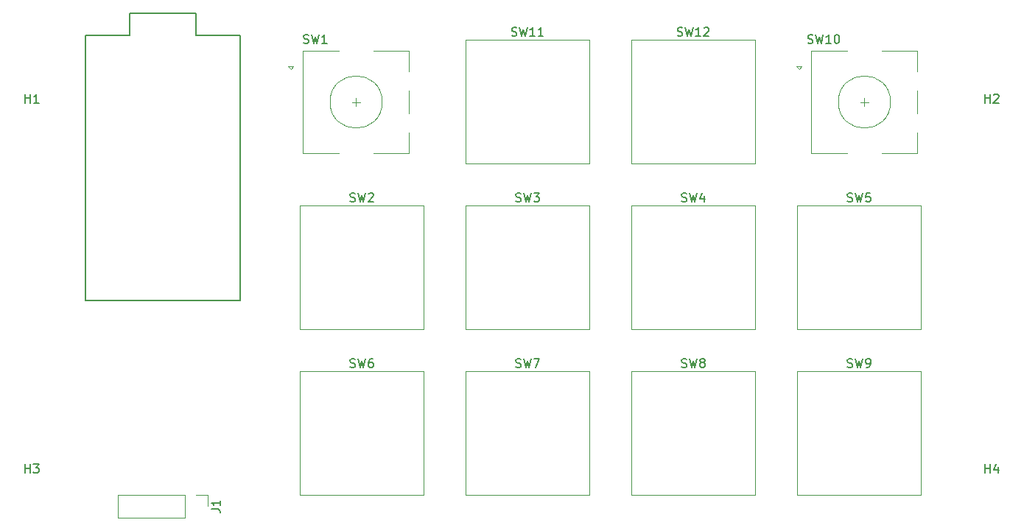
<source format=gto>
G04 #@! TF.GenerationSoftware,KiCad,Pcbnew,7.0.9*
G04 #@! TF.CreationDate,2024-01-16T00:29:48+00:00*
G04 #@! TF.ProjectId,AryA-Macropad,41727941-2d4d-4616-9372-6f7061642e6b,1.0*
G04 #@! TF.SameCoordinates,Original*
G04 #@! TF.FileFunction,Legend,Top*
G04 #@! TF.FilePolarity,Positive*
%FSLAX46Y46*%
G04 Gerber Fmt 4.6, Leading zero omitted, Abs format (unit mm)*
G04 Created by KiCad (PCBNEW 7.0.9) date 2024-01-16 00:29:48*
%MOMM*%
%LPD*%
G01*
G04 APERTURE LIST*
%ADD10C,0.150000*%
%ADD11C,0.120000*%
%ADD12R,1.600000X1.600000*%
%ADD13C,1.600000*%
%ADD14R,1.700000X1.700000*%
%ADD15O,1.700000X1.700000*%
%ADD16C,1.750000*%
%ADD17C,4.000000*%
%ADD18C,2.500000*%
%ADD19R,2.000000X2.000000*%
%ADD20C,2.000000*%
%ADD21C,3.200000*%
G04 APERTURE END LIST*
D10*
X100834819Y-115427083D02*
X101549104Y-115427083D01*
X101549104Y-115427083D02*
X101691961Y-115474702D01*
X101691961Y-115474702D02*
X101787200Y-115569940D01*
X101787200Y-115569940D02*
X101834819Y-115712797D01*
X101834819Y-115712797D02*
X101834819Y-115808035D01*
X101834819Y-114427083D02*
X101834819Y-114998511D01*
X101834819Y-114712797D02*
X100834819Y-114712797D01*
X100834819Y-114712797D02*
X100977676Y-114808035D01*
X100977676Y-114808035D02*
X101072914Y-114903273D01*
X101072914Y-114903273D02*
X101120533Y-114998511D01*
X135350476Y-60987200D02*
X135493333Y-61034819D01*
X135493333Y-61034819D02*
X135731428Y-61034819D01*
X135731428Y-61034819D02*
X135826666Y-60987200D01*
X135826666Y-60987200D02*
X135874285Y-60939580D01*
X135874285Y-60939580D02*
X135921904Y-60844342D01*
X135921904Y-60844342D02*
X135921904Y-60749104D01*
X135921904Y-60749104D02*
X135874285Y-60653866D01*
X135874285Y-60653866D02*
X135826666Y-60606247D01*
X135826666Y-60606247D02*
X135731428Y-60558628D01*
X135731428Y-60558628D02*
X135540952Y-60511009D01*
X135540952Y-60511009D02*
X135445714Y-60463390D01*
X135445714Y-60463390D02*
X135398095Y-60415771D01*
X135398095Y-60415771D02*
X135350476Y-60320533D01*
X135350476Y-60320533D02*
X135350476Y-60225295D01*
X135350476Y-60225295D02*
X135398095Y-60130057D01*
X135398095Y-60130057D02*
X135445714Y-60082438D01*
X135445714Y-60082438D02*
X135540952Y-60034819D01*
X135540952Y-60034819D02*
X135779047Y-60034819D01*
X135779047Y-60034819D02*
X135921904Y-60082438D01*
X136255238Y-60034819D02*
X136493333Y-61034819D01*
X136493333Y-61034819D02*
X136683809Y-60320533D01*
X136683809Y-60320533D02*
X136874285Y-61034819D01*
X136874285Y-61034819D02*
X137112381Y-60034819D01*
X138017142Y-61034819D02*
X137445714Y-61034819D01*
X137731428Y-61034819D02*
X137731428Y-60034819D01*
X137731428Y-60034819D02*
X137636190Y-60177676D01*
X137636190Y-60177676D02*
X137540952Y-60272914D01*
X137540952Y-60272914D02*
X137445714Y-60320533D01*
X138969523Y-61034819D02*
X138398095Y-61034819D01*
X138683809Y-61034819D02*
X138683809Y-60034819D01*
X138683809Y-60034819D02*
X138588571Y-60177676D01*
X138588571Y-60177676D02*
X138493333Y-60272914D01*
X138493333Y-60272914D02*
X138398095Y-60320533D01*
X154876667Y-99087200D02*
X155019524Y-99134819D01*
X155019524Y-99134819D02*
X155257619Y-99134819D01*
X155257619Y-99134819D02*
X155352857Y-99087200D01*
X155352857Y-99087200D02*
X155400476Y-99039580D01*
X155400476Y-99039580D02*
X155448095Y-98944342D01*
X155448095Y-98944342D02*
X155448095Y-98849104D01*
X155448095Y-98849104D02*
X155400476Y-98753866D01*
X155400476Y-98753866D02*
X155352857Y-98706247D01*
X155352857Y-98706247D02*
X155257619Y-98658628D01*
X155257619Y-98658628D02*
X155067143Y-98611009D01*
X155067143Y-98611009D02*
X154971905Y-98563390D01*
X154971905Y-98563390D02*
X154924286Y-98515771D01*
X154924286Y-98515771D02*
X154876667Y-98420533D01*
X154876667Y-98420533D02*
X154876667Y-98325295D01*
X154876667Y-98325295D02*
X154924286Y-98230057D01*
X154924286Y-98230057D02*
X154971905Y-98182438D01*
X154971905Y-98182438D02*
X155067143Y-98134819D01*
X155067143Y-98134819D02*
X155305238Y-98134819D01*
X155305238Y-98134819D02*
X155448095Y-98182438D01*
X155781429Y-98134819D02*
X156019524Y-99134819D01*
X156019524Y-99134819D02*
X156210000Y-98420533D01*
X156210000Y-98420533D02*
X156400476Y-99134819D01*
X156400476Y-99134819D02*
X156638572Y-98134819D01*
X157162381Y-98563390D02*
X157067143Y-98515771D01*
X157067143Y-98515771D02*
X157019524Y-98468152D01*
X157019524Y-98468152D02*
X156971905Y-98372914D01*
X156971905Y-98372914D02*
X156971905Y-98325295D01*
X156971905Y-98325295D02*
X157019524Y-98230057D01*
X157019524Y-98230057D02*
X157067143Y-98182438D01*
X157067143Y-98182438D02*
X157162381Y-98134819D01*
X157162381Y-98134819D02*
X157352857Y-98134819D01*
X157352857Y-98134819D02*
X157448095Y-98182438D01*
X157448095Y-98182438D02*
X157495714Y-98230057D01*
X157495714Y-98230057D02*
X157543333Y-98325295D01*
X157543333Y-98325295D02*
X157543333Y-98372914D01*
X157543333Y-98372914D02*
X157495714Y-98468152D01*
X157495714Y-98468152D02*
X157448095Y-98515771D01*
X157448095Y-98515771D02*
X157352857Y-98563390D01*
X157352857Y-98563390D02*
X157162381Y-98563390D01*
X157162381Y-98563390D02*
X157067143Y-98611009D01*
X157067143Y-98611009D02*
X157019524Y-98658628D01*
X157019524Y-98658628D02*
X156971905Y-98753866D01*
X156971905Y-98753866D02*
X156971905Y-98944342D01*
X156971905Y-98944342D02*
X157019524Y-99039580D01*
X157019524Y-99039580D02*
X157067143Y-99087200D01*
X157067143Y-99087200D02*
X157162381Y-99134819D01*
X157162381Y-99134819D02*
X157352857Y-99134819D01*
X157352857Y-99134819D02*
X157448095Y-99087200D01*
X157448095Y-99087200D02*
X157495714Y-99039580D01*
X157495714Y-99039580D02*
X157543333Y-98944342D01*
X157543333Y-98944342D02*
X157543333Y-98753866D01*
X157543333Y-98753866D02*
X157495714Y-98658628D01*
X157495714Y-98658628D02*
X157448095Y-98611009D01*
X157448095Y-98611009D02*
X157352857Y-98563390D01*
X154876667Y-80037200D02*
X155019524Y-80084819D01*
X155019524Y-80084819D02*
X155257619Y-80084819D01*
X155257619Y-80084819D02*
X155352857Y-80037200D01*
X155352857Y-80037200D02*
X155400476Y-79989580D01*
X155400476Y-79989580D02*
X155448095Y-79894342D01*
X155448095Y-79894342D02*
X155448095Y-79799104D01*
X155448095Y-79799104D02*
X155400476Y-79703866D01*
X155400476Y-79703866D02*
X155352857Y-79656247D01*
X155352857Y-79656247D02*
X155257619Y-79608628D01*
X155257619Y-79608628D02*
X155067143Y-79561009D01*
X155067143Y-79561009D02*
X154971905Y-79513390D01*
X154971905Y-79513390D02*
X154924286Y-79465771D01*
X154924286Y-79465771D02*
X154876667Y-79370533D01*
X154876667Y-79370533D02*
X154876667Y-79275295D01*
X154876667Y-79275295D02*
X154924286Y-79180057D01*
X154924286Y-79180057D02*
X154971905Y-79132438D01*
X154971905Y-79132438D02*
X155067143Y-79084819D01*
X155067143Y-79084819D02*
X155305238Y-79084819D01*
X155305238Y-79084819D02*
X155448095Y-79132438D01*
X155781429Y-79084819D02*
X156019524Y-80084819D01*
X156019524Y-80084819D02*
X156210000Y-79370533D01*
X156210000Y-79370533D02*
X156400476Y-80084819D01*
X156400476Y-80084819D02*
X156638572Y-79084819D01*
X157448095Y-79418152D02*
X157448095Y-80084819D01*
X157210000Y-79037200D02*
X156971905Y-79751485D01*
X156971905Y-79751485D02*
X157590952Y-79751485D01*
X116776667Y-80037200D02*
X116919524Y-80084819D01*
X116919524Y-80084819D02*
X117157619Y-80084819D01*
X117157619Y-80084819D02*
X117252857Y-80037200D01*
X117252857Y-80037200D02*
X117300476Y-79989580D01*
X117300476Y-79989580D02*
X117348095Y-79894342D01*
X117348095Y-79894342D02*
X117348095Y-79799104D01*
X117348095Y-79799104D02*
X117300476Y-79703866D01*
X117300476Y-79703866D02*
X117252857Y-79656247D01*
X117252857Y-79656247D02*
X117157619Y-79608628D01*
X117157619Y-79608628D02*
X116967143Y-79561009D01*
X116967143Y-79561009D02*
X116871905Y-79513390D01*
X116871905Y-79513390D02*
X116824286Y-79465771D01*
X116824286Y-79465771D02*
X116776667Y-79370533D01*
X116776667Y-79370533D02*
X116776667Y-79275295D01*
X116776667Y-79275295D02*
X116824286Y-79180057D01*
X116824286Y-79180057D02*
X116871905Y-79132438D01*
X116871905Y-79132438D02*
X116967143Y-79084819D01*
X116967143Y-79084819D02*
X117205238Y-79084819D01*
X117205238Y-79084819D02*
X117348095Y-79132438D01*
X117681429Y-79084819D02*
X117919524Y-80084819D01*
X117919524Y-80084819D02*
X118110000Y-79370533D01*
X118110000Y-79370533D02*
X118300476Y-80084819D01*
X118300476Y-80084819D02*
X118538572Y-79084819D01*
X118871905Y-79180057D02*
X118919524Y-79132438D01*
X118919524Y-79132438D02*
X119014762Y-79084819D01*
X119014762Y-79084819D02*
X119252857Y-79084819D01*
X119252857Y-79084819D02*
X119348095Y-79132438D01*
X119348095Y-79132438D02*
X119395714Y-79180057D01*
X119395714Y-79180057D02*
X119443333Y-79275295D01*
X119443333Y-79275295D02*
X119443333Y-79370533D01*
X119443333Y-79370533D02*
X119395714Y-79513390D01*
X119395714Y-79513390D02*
X118824286Y-80084819D01*
X118824286Y-80084819D02*
X119443333Y-80084819D01*
X173926667Y-80037200D02*
X174069524Y-80084819D01*
X174069524Y-80084819D02*
X174307619Y-80084819D01*
X174307619Y-80084819D02*
X174402857Y-80037200D01*
X174402857Y-80037200D02*
X174450476Y-79989580D01*
X174450476Y-79989580D02*
X174498095Y-79894342D01*
X174498095Y-79894342D02*
X174498095Y-79799104D01*
X174498095Y-79799104D02*
X174450476Y-79703866D01*
X174450476Y-79703866D02*
X174402857Y-79656247D01*
X174402857Y-79656247D02*
X174307619Y-79608628D01*
X174307619Y-79608628D02*
X174117143Y-79561009D01*
X174117143Y-79561009D02*
X174021905Y-79513390D01*
X174021905Y-79513390D02*
X173974286Y-79465771D01*
X173974286Y-79465771D02*
X173926667Y-79370533D01*
X173926667Y-79370533D02*
X173926667Y-79275295D01*
X173926667Y-79275295D02*
X173974286Y-79180057D01*
X173974286Y-79180057D02*
X174021905Y-79132438D01*
X174021905Y-79132438D02*
X174117143Y-79084819D01*
X174117143Y-79084819D02*
X174355238Y-79084819D01*
X174355238Y-79084819D02*
X174498095Y-79132438D01*
X174831429Y-79084819D02*
X175069524Y-80084819D01*
X175069524Y-80084819D02*
X175260000Y-79370533D01*
X175260000Y-79370533D02*
X175450476Y-80084819D01*
X175450476Y-80084819D02*
X175688572Y-79084819D01*
X176545714Y-79084819D02*
X176069524Y-79084819D01*
X176069524Y-79084819D02*
X176021905Y-79561009D01*
X176021905Y-79561009D02*
X176069524Y-79513390D01*
X176069524Y-79513390D02*
X176164762Y-79465771D01*
X176164762Y-79465771D02*
X176402857Y-79465771D01*
X176402857Y-79465771D02*
X176498095Y-79513390D01*
X176498095Y-79513390D02*
X176545714Y-79561009D01*
X176545714Y-79561009D02*
X176593333Y-79656247D01*
X176593333Y-79656247D02*
X176593333Y-79894342D01*
X176593333Y-79894342D02*
X176545714Y-79989580D01*
X176545714Y-79989580D02*
X176498095Y-80037200D01*
X176498095Y-80037200D02*
X176402857Y-80084819D01*
X176402857Y-80084819D02*
X176164762Y-80084819D01*
X176164762Y-80084819D02*
X176069524Y-80037200D01*
X176069524Y-80037200D02*
X176021905Y-79989580D01*
X79406845Y-68717319D02*
X79406845Y-67717319D01*
X79406845Y-68193509D02*
X79978273Y-68193509D01*
X79978273Y-68717319D02*
X79978273Y-67717319D01*
X80978273Y-68717319D02*
X80406845Y-68717319D01*
X80692559Y-68717319D02*
X80692559Y-67717319D01*
X80692559Y-67717319D02*
X80597321Y-67860176D01*
X80597321Y-67860176D02*
X80502083Y-67955414D01*
X80502083Y-67955414D02*
X80406845Y-68003033D01*
X189738095Y-68717319D02*
X189738095Y-67717319D01*
X189738095Y-68193509D02*
X190309523Y-68193509D01*
X190309523Y-68717319D02*
X190309523Y-67717319D01*
X190738095Y-67812557D02*
X190785714Y-67764938D01*
X190785714Y-67764938D02*
X190880952Y-67717319D01*
X190880952Y-67717319D02*
X191119047Y-67717319D01*
X191119047Y-67717319D02*
X191214285Y-67764938D01*
X191214285Y-67764938D02*
X191261904Y-67812557D01*
X191261904Y-67812557D02*
X191309523Y-67907795D01*
X191309523Y-67907795D02*
X191309523Y-68003033D01*
X191309523Y-68003033D02*
X191261904Y-68145890D01*
X191261904Y-68145890D02*
X190690476Y-68717319D01*
X190690476Y-68717319D02*
X191309523Y-68717319D01*
X173926667Y-99087200D02*
X174069524Y-99134819D01*
X174069524Y-99134819D02*
X174307619Y-99134819D01*
X174307619Y-99134819D02*
X174402857Y-99087200D01*
X174402857Y-99087200D02*
X174450476Y-99039580D01*
X174450476Y-99039580D02*
X174498095Y-98944342D01*
X174498095Y-98944342D02*
X174498095Y-98849104D01*
X174498095Y-98849104D02*
X174450476Y-98753866D01*
X174450476Y-98753866D02*
X174402857Y-98706247D01*
X174402857Y-98706247D02*
X174307619Y-98658628D01*
X174307619Y-98658628D02*
X174117143Y-98611009D01*
X174117143Y-98611009D02*
X174021905Y-98563390D01*
X174021905Y-98563390D02*
X173974286Y-98515771D01*
X173974286Y-98515771D02*
X173926667Y-98420533D01*
X173926667Y-98420533D02*
X173926667Y-98325295D01*
X173926667Y-98325295D02*
X173974286Y-98230057D01*
X173974286Y-98230057D02*
X174021905Y-98182438D01*
X174021905Y-98182438D02*
X174117143Y-98134819D01*
X174117143Y-98134819D02*
X174355238Y-98134819D01*
X174355238Y-98134819D02*
X174498095Y-98182438D01*
X174831429Y-98134819D02*
X175069524Y-99134819D01*
X175069524Y-99134819D02*
X175260000Y-98420533D01*
X175260000Y-98420533D02*
X175450476Y-99134819D01*
X175450476Y-99134819D02*
X175688572Y-98134819D01*
X176117143Y-99134819D02*
X176307619Y-99134819D01*
X176307619Y-99134819D02*
X176402857Y-99087200D01*
X176402857Y-99087200D02*
X176450476Y-99039580D01*
X176450476Y-99039580D02*
X176545714Y-98896723D01*
X176545714Y-98896723D02*
X176593333Y-98706247D01*
X176593333Y-98706247D02*
X176593333Y-98325295D01*
X176593333Y-98325295D02*
X176545714Y-98230057D01*
X176545714Y-98230057D02*
X176498095Y-98182438D01*
X176498095Y-98182438D02*
X176402857Y-98134819D01*
X176402857Y-98134819D02*
X176212381Y-98134819D01*
X176212381Y-98134819D02*
X176117143Y-98182438D01*
X176117143Y-98182438D02*
X176069524Y-98230057D01*
X176069524Y-98230057D02*
X176021905Y-98325295D01*
X176021905Y-98325295D02*
X176021905Y-98563390D01*
X176021905Y-98563390D02*
X176069524Y-98658628D01*
X176069524Y-98658628D02*
X176117143Y-98706247D01*
X176117143Y-98706247D02*
X176212381Y-98753866D01*
X176212381Y-98753866D02*
X176402857Y-98753866D01*
X176402857Y-98753866D02*
X176498095Y-98706247D01*
X176498095Y-98706247D02*
X176545714Y-98658628D01*
X176545714Y-98658628D02*
X176593333Y-98563390D01*
X111426667Y-61827200D02*
X111569524Y-61874819D01*
X111569524Y-61874819D02*
X111807619Y-61874819D01*
X111807619Y-61874819D02*
X111902857Y-61827200D01*
X111902857Y-61827200D02*
X111950476Y-61779580D01*
X111950476Y-61779580D02*
X111998095Y-61684342D01*
X111998095Y-61684342D02*
X111998095Y-61589104D01*
X111998095Y-61589104D02*
X111950476Y-61493866D01*
X111950476Y-61493866D02*
X111902857Y-61446247D01*
X111902857Y-61446247D02*
X111807619Y-61398628D01*
X111807619Y-61398628D02*
X111617143Y-61351009D01*
X111617143Y-61351009D02*
X111521905Y-61303390D01*
X111521905Y-61303390D02*
X111474286Y-61255771D01*
X111474286Y-61255771D02*
X111426667Y-61160533D01*
X111426667Y-61160533D02*
X111426667Y-61065295D01*
X111426667Y-61065295D02*
X111474286Y-60970057D01*
X111474286Y-60970057D02*
X111521905Y-60922438D01*
X111521905Y-60922438D02*
X111617143Y-60874819D01*
X111617143Y-60874819D02*
X111855238Y-60874819D01*
X111855238Y-60874819D02*
X111998095Y-60922438D01*
X112331429Y-60874819D02*
X112569524Y-61874819D01*
X112569524Y-61874819D02*
X112760000Y-61160533D01*
X112760000Y-61160533D02*
X112950476Y-61874819D01*
X112950476Y-61874819D02*
X113188572Y-60874819D01*
X114093333Y-61874819D02*
X113521905Y-61874819D01*
X113807619Y-61874819D02*
X113807619Y-60874819D01*
X113807619Y-60874819D02*
X113712381Y-61017676D01*
X113712381Y-61017676D02*
X113617143Y-61112914D01*
X113617143Y-61112914D02*
X113521905Y-61160533D01*
X79406845Y-111254819D02*
X79406845Y-110254819D01*
X79406845Y-110731009D02*
X79978273Y-110731009D01*
X79978273Y-111254819D02*
X79978273Y-110254819D01*
X80359226Y-110254819D02*
X80978273Y-110254819D01*
X80978273Y-110254819D02*
X80644940Y-110635771D01*
X80644940Y-110635771D02*
X80787797Y-110635771D01*
X80787797Y-110635771D02*
X80883035Y-110683390D01*
X80883035Y-110683390D02*
X80930654Y-110731009D01*
X80930654Y-110731009D02*
X80978273Y-110826247D01*
X80978273Y-110826247D02*
X80978273Y-111064342D01*
X80978273Y-111064342D02*
X80930654Y-111159580D01*
X80930654Y-111159580D02*
X80883035Y-111207200D01*
X80883035Y-111207200D02*
X80787797Y-111254819D01*
X80787797Y-111254819D02*
X80502083Y-111254819D01*
X80502083Y-111254819D02*
X80406845Y-111207200D01*
X80406845Y-111207200D02*
X80359226Y-111159580D01*
X135826667Y-80037200D02*
X135969524Y-80084819D01*
X135969524Y-80084819D02*
X136207619Y-80084819D01*
X136207619Y-80084819D02*
X136302857Y-80037200D01*
X136302857Y-80037200D02*
X136350476Y-79989580D01*
X136350476Y-79989580D02*
X136398095Y-79894342D01*
X136398095Y-79894342D02*
X136398095Y-79799104D01*
X136398095Y-79799104D02*
X136350476Y-79703866D01*
X136350476Y-79703866D02*
X136302857Y-79656247D01*
X136302857Y-79656247D02*
X136207619Y-79608628D01*
X136207619Y-79608628D02*
X136017143Y-79561009D01*
X136017143Y-79561009D02*
X135921905Y-79513390D01*
X135921905Y-79513390D02*
X135874286Y-79465771D01*
X135874286Y-79465771D02*
X135826667Y-79370533D01*
X135826667Y-79370533D02*
X135826667Y-79275295D01*
X135826667Y-79275295D02*
X135874286Y-79180057D01*
X135874286Y-79180057D02*
X135921905Y-79132438D01*
X135921905Y-79132438D02*
X136017143Y-79084819D01*
X136017143Y-79084819D02*
X136255238Y-79084819D01*
X136255238Y-79084819D02*
X136398095Y-79132438D01*
X136731429Y-79084819D02*
X136969524Y-80084819D01*
X136969524Y-80084819D02*
X137160000Y-79370533D01*
X137160000Y-79370533D02*
X137350476Y-80084819D01*
X137350476Y-80084819D02*
X137588572Y-79084819D01*
X137874286Y-79084819D02*
X138493333Y-79084819D01*
X138493333Y-79084819D02*
X138160000Y-79465771D01*
X138160000Y-79465771D02*
X138302857Y-79465771D01*
X138302857Y-79465771D02*
X138398095Y-79513390D01*
X138398095Y-79513390D02*
X138445714Y-79561009D01*
X138445714Y-79561009D02*
X138493333Y-79656247D01*
X138493333Y-79656247D02*
X138493333Y-79894342D01*
X138493333Y-79894342D02*
X138445714Y-79989580D01*
X138445714Y-79989580D02*
X138398095Y-80037200D01*
X138398095Y-80037200D02*
X138302857Y-80084819D01*
X138302857Y-80084819D02*
X138017143Y-80084819D01*
X138017143Y-80084819D02*
X137921905Y-80037200D01*
X137921905Y-80037200D02*
X137874286Y-79989580D01*
X116776667Y-99087200D02*
X116919524Y-99134819D01*
X116919524Y-99134819D02*
X117157619Y-99134819D01*
X117157619Y-99134819D02*
X117252857Y-99087200D01*
X117252857Y-99087200D02*
X117300476Y-99039580D01*
X117300476Y-99039580D02*
X117348095Y-98944342D01*
X117348095Y-98944342D02*
X117348095Y-98849104D01*
X117348095Y-98849104D02*
X117300476Y-98753866D01*
X117300476Y-98753866D02*
X117252857Y-98706247D01*
X117252857Y-98706247D02*
X117157619Y-98658628D01*
X117157619Y-98658628D02*
X116967143Y-98611009D01*
X116967143Y-98611009D02*
X116871905Y-98563390D01*
X116871905Y-98563390D02*
X116824286Y-98515771D01*
X116824286Y-98515771D02*
X116776667Y-98420533D01*
X116776667Y-98420533D02*
X116776667Y-98325295D01*
X116776667Y-98325295D02*
X116824286Y-98230057D01*
X116824286Y-98230057D02*
X116871905Y-98182438D01*
X116871905Y-98182438D02*
X116967143Y-98134819D01*
X116967143Y-98134819D02*
X117205238Y-98134819D01*
X117205238Y-98134819D02*
X117348095Y-98182438D01*
X117681429Y-98134819D02*
X117919524Y-99134819D01*
X117919524Y-99134819D02*
X118110000Y-98420533D01*
X118110000Y-98420533D02*
X118300476Y-99134819D01*
X118300476Y-99134819D02*
X118538572Y-98134819D01*
X119348095Y-98134819D02*
X119157619Y-98134819D01*
X119157619Y-98134819D02*
X119062381Y-98182438D01*
X119062381Y-98182438D02*
X119014762Y-98230057D01*
X119014762Y-98230057D02*
X118919524Y-98372914D01*
X118919524Y-98372914D02*
X118871905Y-98563390D01*
X118871905Y-98563390D02*
X118871905Y-98944342D01*
X118871905Y-98944342D02*
X118919524Y-99039580D01*
X118919524Y-99039580D02*
X118967143Y-99087200D01*
X118967143Y-99087200D02*
X119062381Y-99134819D01*
X119062381Y-99134819D02*
X119252857Y-99134819D01*
X119252857Y-99134819D02*
X119348095Y-99087200D01*
X119348095Y-99087200D02*
X119395714Y-99039580D01*
X119395714Y-99039580D02*
X119443333Y-98944342D01*
X119443333Y-98944342D02*
X119443333Y-98706247D01*
X119443333Y-98706247D02*
X119395714Y-98611009D01*
X119395714Y-98611009D02*
X119348095Y-98563390D01*
X119348095Y-98563390D02*
X119252857Y-98515771D01*
X119252857Y-98515771D02*
X119062381Y-98515771D01*
X119062381Y-98515771D02*
X118967143Y-98563390D01*
X118967143Y-98563390D02*
X118919524Y-98611009D01*
X118919524Y-98611009D02*
X118871905Y-98706247D01*
X189738095Y-111254819D02*
X189738095Y-110254819D01*
X189738095Y-110731009D02*
X190309523Y-110731009D01*
X190309523Y-111254819D02*
X190309523Y-110254819D01*
X191214285Y-110588152D02*
X191214285Y-111254819D01*
X190976190Y-110207200D02*
X190738095Y-110921485D01*
X190738095Y-110921485D02*
X191357142Y-110921485D01*
X169370476Y-61827200D02*
X169513333Y-61874819D01*
X169513333Y-61874819D02*
X169751428Y-61874819D01*
X169751428Y-61874819D02*
X169846666Y-61827200D01*
X169846666Y-61827200D02*
X169894285Y-61779580D01*
X169894285Y-61779580D02*
X169941904Y-61684342D01*
X169941904Y-61684342D02*
X169941904Y-61589104D01*
X169941904Y-61589104D02*
X169894285Y-61493866D01*
X169894285Y-61493866D02*
X169846666Y-61446247D01*
X169846666Y-61446247D02*
X169751428Y-61398628D01*
X169751428Y-61398628D02*
X169560952Y-61351009D01*
X169560952Y-61351009D02*
X169465714Y-61303390D01*
X169465714Y-61303390D02*
X169418095Y-61255771D01*
X169418095Y-61255771D02*
X169370476Y-61160533D01*
X169370476Y-61160533D02*
X169370476Y-61065295D01*
X169370476Y-61065295D02*
X169418095Y-60970057D01*
X169418095Y-60970057D02*
X169465714Y-60922438D01*
X169465714Y-60922438D02*
X169560952Y-60874819D01*
X169560952Y-60874819D02*
X169799047Y-60874819D01*
X169799047Y-60874819D02*
X169941904Y-60922438D01*
X170275238Y-60874819D02*
X170513333Y-61874819D01*
X170513333Y-61874819D02*
X170703809Y-61160533D01*
X170703809Y-61160533D02*
X170894285Y-61874819D01*
X170894285Y-61874819D02*
X171132381Y-60874819D01*
X172037142Y-61874819D02*
X171465714Y-61874819D01*
X171751428Y-61874819D02*
X171751428Y-60874819D01*
X171751428Y-60874819D02*
X171656190Y-61017676D01*
X171656190Y-61017676D02*
X171560952Y-61112914D01*
X171560952Y-61112914D02*
X171465714Y-61160533D01*
X172656190Y-60874819D02*
X172751428Y-60874819D01*
X172751428Y-60874819D02*
X172846666Y-60922438D01*
X172846666Y-60922438D02*
X172894285Y-60970057D01*
X172894285Y-60970057D02*
X172941904Y-61065295D01*
X172941904Y-61065295D02*
X172989523Y-61255771D01*
X172989523Y-61255771D02*
X172989523Y-61493866D01*
X172989523Y-61493866D02*
X172941904Y-61684342D01*
X172941904Y-61684342D02*
X172894285Y-61779580D01*
X172894285Y-61779580D02*
X172846666Y-61827200D01*
X172846666Y-61827200D02*
X172751428Y-61874819D01*
X172751428Y-61874819D02*
X172656190Y-61874819D01*
X172656190Y-61874819D02*
X172560952Y-61827200D01*
X172560952Y-61827200D02*
X172513333Y-61779580D01*
X172513333Y-61779580D02*
X172465714Y-61684342D01*
X172465714Y-61684342D02*
X172418095Y-61493866D01*
X172418095Y-61493866D02*
X172418095Y-61255771D01*
X172418095Y-61255771D02*
X172465714Y-61065295D01*
X172465714Y-61065295D02*
X172513333Y-60970057D01*
X172513333Y-60970057D02*
X172560952Y-60922438D01*
X172560952Y-60922438D02*
X172656190Y-60874819D01*
X135826667Y-99087200D02*
X135969524Y-99134819D01*
X135969524Y-99134819D02*
X136207619Y-99134819D01*
X136207619Y-99134819D02*
X136302857Y-99087200D01*
X136302857Y-99087200D02*
X136350476Y-99039580D01*
X136350476Y-99039580D02*
X136398095Y-98944342D01*
X136398095Y-98944342D02*
X136398095Y-98849104D01*
X136398095Y-98849104D02*
X136350476Y-98753866D01*
X136350476Y-98753866D02*
X136302857Y-98706247D01*
X136302857Y-98706247D02*
X136207619Y-98658628D01*
X136207619Y-98658628D02*
X136017143Y-98611009D01*
X136017143Y-98611009D02*
X135921905Y-98563390D01*
X135921905Y-98563390D02*
X135874286Y-98515771D01*
X135874286Y-98515771D02*
X135826667Y-98420533D01*
X135826667Y-98420533D02*
X135826667Y-98325295D01*
X135826667Y-98325295D02*
X135874286Y-98230057D01*
X135874286Y-98230057D02*
X135921905Y-98182438D01*
X135921905Y-98182438D02*
X136017143Y-98134819D01*
X136017143Y-98134819D02*
X136255238Y-98134819D01*
X136255238Y-98134819D02*
X136398095Y-98182438D01*
X136731429Y-98134819D02*
X136969524Y-99134819D01*
X136969524Y-99134819D02*
X137160000Y-98420533D01*
X137160000Y-98420533D02*
X137350476Y-99134819D01*
X137350476Y-99134819D02*
X137588572Y-98134819D01*
X137874286Y-98134819D02*
X138540952Y-98134819D01*
X138540952Y-98134819D02*
X138112381Y-99134819D01*
X154400476Y-60987200D02*
X154543333Y-61034819D01*
X154543333Y-61034819D02*
X154781428Y-61034819D01*
X154781428Y-61034819D02*
X154876666Y-60987200D01*
X154876666Y-60987200D02*
X154924285Y-60939580D01*
X154924285Y-60939580D02*
X154971904Y-60844342D01*
X154971904Y-60844342D02*
X154971904Y-60749104D01*
X154971904Y-60749104D02*
X154924285Y-60653866D01*
X154924285Y-60653866D02*
X154876666Y-60606247D01*
X154876666Y-60606247D02*
X154781428Y-60558628D01*
X154781428Y-60558628D02*
X154590952Y-60511009D01*
X154590952Y-60511009D02*
X154495714Y-60463390D01*
X154495714Y-60463390D02*
X154448095Y-60415771D01*
X154448095Y-60415771D02*
X154400476Y-60320533D01*
X154400476Y-60320533D02*
X154400476Y-60225295D01*
X154400476Y-60225295D02*
X154448095Y-60130057D01*
X154448095Y-60130057D02*
X154495714Y-60082438D01*
X154495714Y-60082438D02*
X154590952Y-60034819D01*
X154590952Y-60034819D02*
X154829047Y-60034819D01*
X154829047Y-60034819D02*
X154971904Y-60082438D01*
X155305238Y-60034819D02*
X155543333Y-61034819D01*
X155543333Y-61034819D02*
X155733809Y-60320533D01*
X155733809Y-60320533D02*
X155924285Y-61034819D01*
X155924285Y-61034819D02*
X156162381Y-60034819D01*
X157067142Y-61034819D02*
X156495714Y-61034819D01*
X156781428Y-61034819D02*
X156781428Y-60034819D01*
X156781428Y-60034819D02*
X156686190Y-60177676D01*
X156686190Y-60177676D02*
X156590952Y-60272914D01*
X156590952Y-60272914D02*
X156495714Y-60320533D01*
X157448095Y-60130057D02*
X157495714Y-60082438D01*
X157495714Y-60082438D02*
X157590952Y-60034819D01*
X157590952Y-60034819D02*
X157829047Y-60034819D01*
X157829047Y-60034819D02*
X157924285Y-60082438D01*
X157924285Y-60082438D02*
X157971904Y-60130057D01*
X157971904Y-60130057D02*
X158019523Y-60225295D01*
X158019523Y-60225295D02*
X158019523Y-60320533D01*
X158019523Y-60320533D02*
X157971904Y-60463390D01*
X157971904Y-60463390D02*
X157400476Y-61034819D01*
X157400476Y-61034819D02*
X158019523Y-61034819D01*
D11*
X97780000Y-116423750D02*
X90100000Y-116423750D01*
X99050000Y-113763750D02*
X100380000Y-113763750D01*
X90100000Y-113763750D02*
X90100000Y-116423750D01*
X97780000Y-113763750D02*
X97780000Y-116423750D01*
X100380000Y-113763750D02*
X100380000Y-115093750D01*
X97780000Y-113763750D02*
X90100000Y-113763750D01*
X130060000Y-61480000D02*
X130060000Y-75680000D01*
X130060000Y-75680000D02*
X144260000Y-75680000D01*
X144260000Y-61480000D02*
X130060000Y-61480000D01*
X144260000Y-75680000D02*
X144260000Y-61480000D01*
X149110000Y-99580000D02*
X149110000Y-113780000D01*
X149110000Y-113780000D02*
X163310000Y-113780000D01*
X163310000Y-99580000D02*
X149110000Y-99580000D01*
X163310000Y-113780000D02*
X163310000Y-99580000D01*
X149110000Y-80530000D02*
X149110000Y-94730000D01*
X149110000Y-94730000D02*
X163310000Y-94730000D01*
X163310000Y-80530000D02*
X149110000Y-80530000D01*
X163310000Y-94730000D02*
X163310000Y-80530000D01*
X111010000Y-80530000D02*
X111010000Y-94730000D01*
X111010000Y-94730000D02*
X125210000Y-94730000D01*
X125210000Y-80530000D02*
X111010000Y-80530000D01*
X125210000Y-94730000D02*
X125210000Y-80530000D01*
X168160000Y-80530000D02*
X168160000Y-94730000D01*
X168160000Y-94730000D02*
X182360000Y-94730000D01*
X182360000Y-80530000D02*
X168160000Y-80530000D01*
X182360000Y-94730000D02*
X182360000Y-80530000D01*
X168160000Y-99580000D02*
X168160000Y-113780000D01*
X168160000Y-113780000D02*
X182360000Y-113780000D01*
X182360000Y-99580000D02*
X168160000Y-99580000D01*
X182360000Y-113780000D02*
X182360000Y-99580000D01*
D10*
X99060000Y-58420000D02*
X99060000Y-60960000D01*
X91440000Y-58420000D02*
X99060000Y-58420000D01*
X104140000Y-60960000D02*
X104140000Y-91440000D01*
X99060000Y-60960000D02*
X104140000Y-60960000D01*
X91440000Y-60960000D02*
X91440000Y-58420000D01*
X86360000Y-60960000D02*
X91440000Y-60960000D01*
X86360000Y-60960000D02*
X86360000Y-91440000D01*
X104140000Y-91440000D02*
X86360000Y-91440000D01*
D11*
X109660000Y-64520000D02*
X110260000Y-64520000D01*
X109960000Y-64820000D02*
X109660000Y-64520000D01*
X110260000Y-64520000D02*
X109960000Y-64820000D01*
X111360000Y-62720000D02*
X111360000Y-74520000D01*
X115460000Y-62720000D02*
X111360000Y-62720000D01*
X115460000Y-74520000D02*
X111360000Y-74520000D01*
X116960000Y-68620000D02*
X117960000Y-68620000D01*
X117460000Y-68120000D02*
X117460000Y-69120000D01*
X119460000Y-62720000D02*
X123560000Y-62720000D01*
X123560000Y-62720000D02*
X123560000Y-65120000D01*
X123560000Y-67320000D02*
X123560000Y-69920000D01*
X123560000Y-72120000D02*
X123560000Y-74520000D01*
X123560000Y-74520000D02*
X119460000Y-74520000D01*
X120460000Y-68620000D02*
G75*
G03*
X120460000Y-68620000I-3000000J0D01*
G01*
X130060000Y-80530000D02*
X130060000Y-94730000D01*
X130060000Y-94730000D02*
X144260000Y-94730000D01*
X144260000Y-80530000D02*
X130060000Y-80530000D01*
X144260000Y-94730000D02*
X144260000Y-80530000D01*
X111010000Y-99580000D02*
X111010000Y-113780000D01*
X111010000Y-113780000D02*
X125210000Y-113780000D01*
X125210000Y-99580000D02*
X111010000Y-99580000D01*
X125210000Y-113780000D02*
X125210000Y-99580000D01*
X168080000Y-64520000D02*
X168680000Y-64520000D01*
X168380000Y-64820000D02*
X168080000Y-64520000D01*
X168680000Y-64520000D02*
X168380000Y-64820000D01*
X169780000Y-62720000D02*
X169780000Y-74520000D01*
X173880000Y-62720000D02*
X169780000Y-62720000D01*
X173880000Y-74520000D02*
X169780000Y-74520000D01*
X175380000Y-68620000D02*
X176380000Y-68620000D01*
X175880000Y-68120000D02*
X175880000Y-69120000D01*
X177880000Y-62720000D02*
X181980000Y-62720000D01*
X181980000Y-62720000D02*
X181980000Y-65120000D01*
X181980000Y-67320000D02*
X181980000Y-69920000D01*
X181980000Y-72120000D02*
X181980000Y-74520000D01*
X181980000Y-74520000D02*
X177880000Y-74520000D01*
X178880000Y-68620000D02*
G75*
G03*
X178880000Y-68620000I-3000000J0D01*
G01*
X130060000Y-99580000D02*
X130060000Y-113780000D01*
X130060000Y-113780000D02*
X144260000Y-113780000D01*
X144260000Y-99580000D02*
X130060000Y-99580000D01*
X144260000Y-113780000D02*
X144260000Y-99580000D01*
X149110000Y-61480000D02*
X149110000Y-75680000D01*
X149110000Y-75680000D02*
X163310000Y-75680000D01*
X163310000Y-61480000D02*
X149110000Y-61480000D01*
X163310000Y-75680000D02*
X163310000Y-61480000D01*
D12*
X87630000Y-62230000D03*
D13*
X87630000Y-64770000D03*
X87630000Y-67310000D03*
X87630000Y-69850000D03*
X87630000Y-72390000D03*
X87630000Y-74930000D03*
X87630000Y-77470000D03*
X87630000Y-80010000D03*
X87630000Y-82550000D03*
X87630000Y-85090000D03*
X87630000Y-87630000D03*
X87630000Y-90170000D03*
X102870000Y-90170000D03*
X102870000Y-87630000D03*
X102870000Y-85090000D03*
X102870000Y-82550000D03*
X102870000Y-80010000D03*
X102870000Y-77470000D03*
X102870000Y-74930000D03*
X102870000Y-72390000D03*
X102870000Y-69850000D03*
X102870000Y-67310000D03*
X102870000Y-64770000D03*
X102870000Y-62230000D03*
%LPC*%
D14*
X99050000Y-115093750D03*
D15*
X96510000Y-115093750D03*
X93970000Y-115093750D03*
X91430000Y-115093750D03*
D16*
X132080000Y-68580000D03*
D17*
X137160000Y-68580000D03*
D16*
X142240000Y-68580000D03*
D18*
X133350000Y-66040000D03*
X139700000Y-63500000D03*
D16*
X151130000Y-106680000D03*
D17*
X156210000Y-106680000D03*
D16*
X161290000Y-106680000D03*
D18*
X152400000Y-104140000D03*
X158750000Y-101600000D03*
D16*
X151130000Y-87630000D03*
D17*
X156210000Y-87630000D03*
D16*
X161290000Y-87630000D03*
D18*
X152400000Y-85090000D03*
X158750000Y-82550000D03*
D16*
X113030000Y-87630000D03*
D17*
X118110000Y-87630000D03*
D16*
X123190000Y-87630000D03*
D18*
X114300000Y-85090000D03*
X120650000Y-82550000D03*
D16*
X170180000Y-87630000D03*
D17*
X175260000Y-87630000D03*
D16*
X180340000Y-87630000D03*
D18*
X171450000Y-85090000D03*
X177800000Y-82550000D03*
X80168750Y-64293750D03*
X190500000Y-64293750D03*
D16*
X170180000Y-106680000D03*
D17*
X175260000Y-106680000D03*
D16*
X180340000Y-106680000D03*
D18*
X171450000Y-104140000D03*
X177800000Y-101600000D03*
D12*
X87630000Y-62230000D03*
D13*
X87630000Y-64770000D03*
X87630000Y-67310000D03*
X87630000Y-69850000D03*
X87630000Y-72390000D03*
X87630000Y-74930000D03*
X87630000Y-77470000D03*
X87630000Y-80010000D03*
X87630000Y-82550000D03*
X87630000Y-85090000D03*
X87630000Y-87630000D03*
X87630000Y-90170000D03*
X102870000Y-90170000D03*
X102870000Y-87630000D03*
X102870000Y-85090000D03*
X102870000Y-82550000D03*
X102870000Y-80010000D03*
X102870000Y-77470000D03*
X102870000Y-74930000D03*
X102870000Y-72390000D03*
X102870000Y-69850000D03*
X102870000Y-67310000D03*
X102870000Y-64770000D03*
X102870000Y-62230000D03*
D19*
X109960000Y-66120000D03*
D20*
X109960000Y-71120000D03*
X109960000Y-68620000D03*
D21*
X117460000Y-63020000D03*
X117460000Y-74220000D03*
D20*
X124460000Y-71120000D03*
X124460000Y-66120000D03*
D18*
X80168750Y-114300000D03*
D16*
X132080000Y-87630000D03*
D17*
X137160000Y-87630000D03*
D16*
X142240000Y-87630000D03*
D18*
X133350000Y-85090000D03*
X139700000Y-82550000D03*
D16*
X113030000Y-106680000D03*
D17*
X118110000Y-106680000D03*
D16*
X123190000Y-106680000D03*
D18*
X114300000Y-104140000D03*
X120650000Y-101600000D03*
X190500000Y-114300000D03*
D19*
X168380000Y-66120000D03*
D20*
X168380000Y-71120000D03*
X168380000Y-68620000D03*
D21*
X175880000Y-63020000D03*
X175880000Y-74220000D03*
D20*
X182880000Y-71120000D03*
X182880000Y-66120000D03*
D16*
X132080000Y-106680000D03*
D17*
X137160000Y-106680000D03*
D16*
X142240000Y-106680000D03*
D18*
X133350000Y-104140000D03*
X139700000Y-101600000D03*
D16*
X151130000Y-68580000D03*
D17*
X156210000Y-68580000D03*
D16*
X161290000Y-68580000D03*
D18*
X152400000Y-66040000D03*
X158750000Y-63500000D03*
%LPD*%
M02*

</source>
